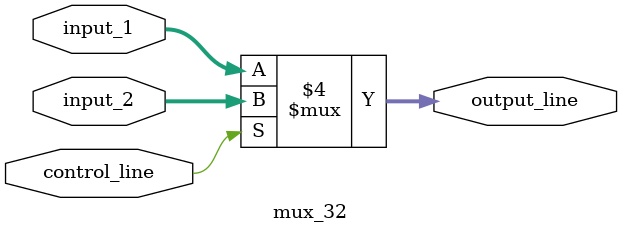
<source format=v>
module mux_32 (
 input [31:0] input_1, input_2,
 input control_line,
 output reg [31:0] output_line
);

always @ (*) begin
    if (control_line == 0)
        output_line = input_1;
    else
        output_line = input_2;
end

endmodule
</source>
